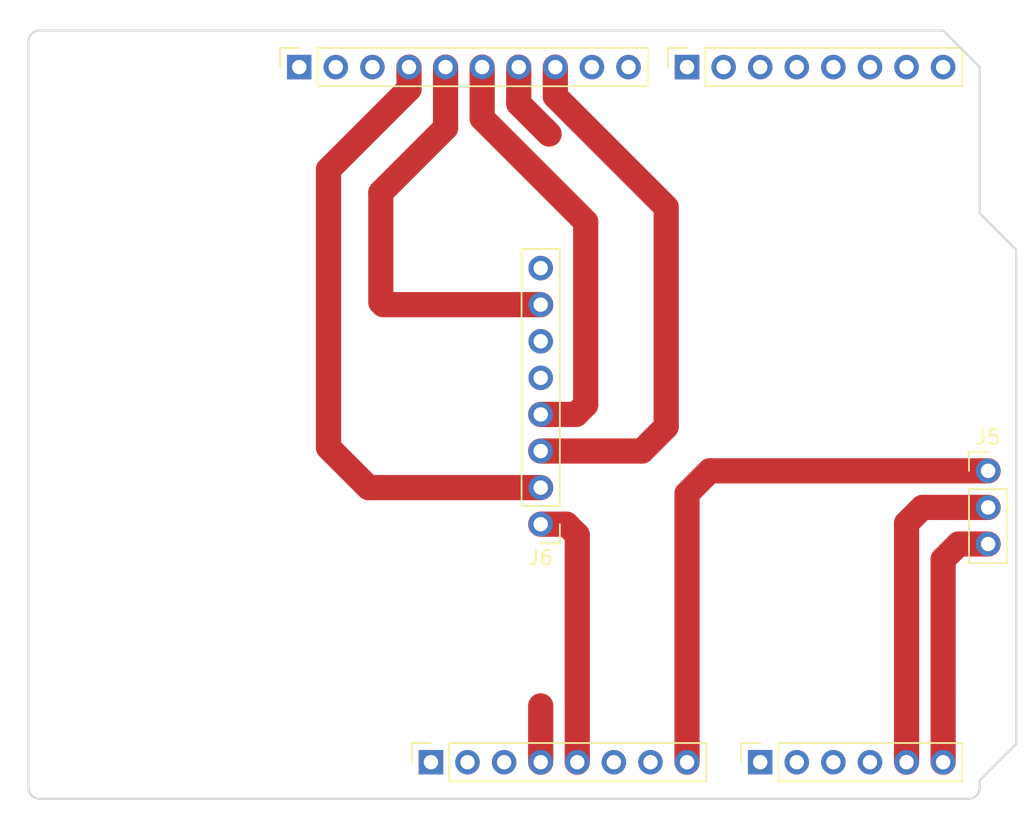
<source format=kicad_pcb>
(kicad_pcb (version 20211014) (generator pcbnew)
  (title_block (date "mar. 31 mars 2015"))
  (layers (0 "F.Cu" signal) (31 "B.Cu" signal) (34 "B.Paste" user) (35 "F.Paste" user) (36 "B.SilkS" user "B.Silkscreen") (37 "F.SilkS" user "F.Silkscreen") (38 "B.Mask" user) (39 "F.Mask" user) (44 "Edge.Cuts" user))
  (net 0 "")
  (net 1 "GND")
  (net 3 "+5V")
  (net 4 "/IOREF")
  (net 5 "/A0")
  (net 6 "/A1")
  (net 7 "/A2")
  (net 8 "/A3")
  (net 9 "/SDA{slash}A4")
  (net 10 "/SCL{slash}A5")
  (net 11 "/13")
  (net 12 "/12")
  (net 13 "/AREF")
  (net 14 "/8")
  (net 15 "/7")
  (net 16 "/*11")
  (net 17 "/*10")
  (net 18 "/*9")
  (net 19 "/4")
  (net 20 "/2")
  (net 21 "/*6")
  (net 22 "/*5")
  (net 23 "/TX{slash}1")
  (net 24 "/*3")
  (net 25 "/RX{slash}0")
  (net 26 "+3V3")
  (net 27 "VCC")
  (net 28 "/~{RESET}")
  (net 29 "/9")
  (net 30 "/+3.3V")
  (footprint "Connector_PinSocket_2.54mm:PinSocket_1x08_P2.54mm_Vertical" (layer "F.Cu") (at 127.94 97.46 90)
    (fp_text reference "J1" hide)
    (fp_text value "Power")
    (fp_line (start -1.33 19.11) (end 1.33 19.11) (layer "F.SilkS") (width 0.12))
    (fp_line (start 1.33 1.27) (end 1.33 19.11) (layer "F.SilkS") (width 0.12))
    (fp_line (start -1.33 1.27) (end 1.33 1.27) (layer "F.SilkS") (width 0.12))
    (fp_line (start 0 -1.33) (end 1.33 -1.33) (layer "F.SilkS") (width 0.12))
    (fp_line (start 1.33 -1.33) (end 1.33 0) (layer "F.SilkS") (width 0.12))
    (fp_line (start -1.33 1.27) (end -1.33 19.11) (layer "F.SilkS") (width 0.12))
    (pad "1" thru_hole rect locked (at 0 0 90) (size 1.7 1.7) (drill 1) (layers *.Cu *.Mask))
    (pad "2" thru_hole oval locked (at 0 2.54 90) (size 1.7 1.7) (drill 1) (layers *.Cu *.Mask) (net 4 "/IOREF"))
    (pad "3" thru_hole oval locked (at 0 5.08 90) (size 1.7 1.7) (drill 1) (layers *.Cu *.Mask) (net 28 "/~{RESET}"))
    (pad "4" thru_hole oval locked (at 0 7.62 90) (size 1.7 1.7) (drill 1) (layers *.Cu *.Mask) (net 26 "+3V3"))
    (pad "5" thru_hole oval locked (at 0 10.16 90) (size 1.7 1.7) (drill 1) (layers *.Cu *.Mask) (net 3 "+5V"))
    (pad "6" thru_hole oval locked (at 0 12.7 90) (size 1.7 1.7) (drill 1) (layers *.Cu *.Mask) (net 1 "GND"))
    (pad "7" thru_hole oval locked (at 0 15.24 90) (size 1.7 1.7) (drill 1) (layers *.Cu *.Mask) (net 1 "GND"))
    (pad "8" thru_hole oval locked (at 0 17.78 90) (size 1.7 1.7) (drill 1) (layers *.Cu *.Mask) (net 27 "VCC"))
  )
  (footprint "Connector_PinSocket_2.54mm:PinSocket_1x06_P2.54mm_Vertical" (layer "F.Cu") (at 150.8 97.46 90)
    (fp_text reference "J3" hide)
    (fp_text value "Analog")
    (fp_line (start 1.33 1.27) (end 1.33 14.03) (layer "F.SilkS") (width 0.12))
    (fp_line (start 0 -1.33) (end 1.33 -1.33) (layer "F.SilkS") (width 0.12))
    (fp_line (start -1.33 1.27) (end 1.33 1.27) (layer "F.SilkS") (width 0.12))
    (fp_line (start -1.33 1.27) (end -1.33 14.03) (layer "F.SilkS") (width 0.12))
    (fp_line (start -1.33 14.03) (end 1.33 14.03) (layer "F.SilkS") (width 0.12))
    (fp_line (start 1.33 -1.33) (end 1.33 0) (layer "F.SilkS") (width 0.12))
    (pad "1" thru_hole rect locked (at 0 0 90) (size 1.7 1.7) (drill 1) (layers *.Cu *.Mask) (net 5 "/A0"))
    (pad "2" thru_hole oval locked (at 0 2.54 90) (size 1.7 1.7) (drill 1) (layers *.Cu *.Mask) (net 6 "/A1"))
    (pad "3" thru_hole oval locked (at 0 5.08 90) (size 1.7 1.7) (drill 1) (layers *.Cu *.Mask) (net 7 "/A2"))
    (pad "4" thru_hole oval locked (at 0 7.62 90) (size 1.7 1.7) (drill 1) (layers *.Cu *.Mask) (net 8 "/A3"))
    (pad "5" thru_hole oval locked (at 0 10.16 90) (size 1.7 1.7) (drill 1) (layers *.Cu *.Mask) (net 9 "/SDA{slash}A4"))
    (pad "6" thru_hole oval locked (at 0 12.7 90) (size 1.7 1.7) (drill 1) (layers *.Cu *.Mask) (net 10 "/SCL{slash}A5"))
  )
  (footprint "Connector_PinSocket_2.54mm:PinSocket_1x10_P2.54mm_Vertical" (layer "F.Cu") (at 118.796 49.2 90)
    (fp_text reference "J2" hide)
    (fp_text value "Digital/PWM")
    (fp_line (start -1.33 24.19) (end 1.33 24.19) (layer "F.SilkS") (width 0.12))
    (fp_line (start -1.33 1.27) (end -1.33 24.19) (layer "F.SilkS") (width 0.12))
    (fp_line (start 1.33 -1.33) (end 1.33 0) (layer "F.SilkS") (width 0.12))
    (fp_line (start 0 -1.33) (end 1.33 -1.33) (layer "F.SilkS") (width 0.12))
    (fp_line (start 1.33 1.27) (end 1.33 24.19) (layer "F.SilkS") (width 0.12))
    (fp_line (start -1.33 1.27) (end 1.33 1.27) (layer "F.SilkS") (width 0.12))
    (pad "1" thru_hole rect locked (at 0 0 90) (size 1.7 1.7) (drill 1) (layers *.Cu *.Mask) (net 10 "/SCL{slash}A5"))
    (pad "2" thru_hole oval locked (at 0 2.54 90) (size 1.7 1.7) (drill 1) (layers *.Cu *.Mask) (net 9 "/SDA{slash}A4"))
    (pad "3" thru_hole oval locked (at 0 5.08 90) (size 1.7 1.7) (drill 1) (layers *.Cu *.Mask) (net 13 "/AREF"))
    (pad "4" thru_hole oval locked (at 0 7.62 90) (size 1.7 1.7) (drill 1) (layers *.Cu *.Mask) (net 1 "GND"))
    (pad "5" thru_hole oval locked (at 0 10.16 90) (size 1.7 1.7) (drill 1) (layers *.Cu *.Mask) (net 11 "/13"))
    (pad "6" thru_hole oval locked (at 0 12.7 90) (size 1.7 1.7) (drill 1) (layers *.Cu *.Mask) (net 12 "/12"))
    (pad "7" thru_hole oval locked (at 0 15.24 90) (size 1.7 1.7) (drill 1) (layers *.Cu *.Mask) (net 16 "/*11"))
    (pad "8" thru_hole oval locked (at 0 17.78 90) (size 1.7 1.7) (drill 1) (layers *.Cu *.Mask) (net 17 "/*10"))
    (pad "9" thru_hole oval locked (at 0 20.32 90) (size 1.7 1.7) (drill 1) (layers *.Cu *.Mask) (net 18 "/*9"))
    (pad "10" thru_hole oval locked (at 0 22.86 90) (size 1.7 1.7) (drill 1) (layers *.Cu *.Mask) (net 14 "/8"))
  )
  (footprint "Connector_PinSocket_2.54mm:PinSocket_1x08_P2.54mm_Vertical" (layer "F.Cu") (at 145.72 49.2 90)
    (fp_text reference "J4" hide)
    (fp_text value "Digital/PWM")
    (fp_line (start -1.33 19.11) (end 1.33 19.11) (layer "F.SilkS") (width 0.12))
    (fp_line (start -1.33 1.27) (end -1.33 19.11) (layer "F.SilkS") (width 0.12))
    (fp_line (start 0 -1.33) (end 1.33 -1.33) (layer "F.SilkS") (width 0.12))
    (fp_line (start -1.33 1.27) (end 1.33 1.27) (layer "F.SilkS") (width 0.12))
    (fp_line (start 1.33 -1.33) (end 1.33 0) (layer "F.SilkS") (width 0.12))
    (fp_line (start 1.33 1.27) (end 1.33 19.11) (layer "F.SilkS") (width 0.12))
    (pad "1" thru_hole rect locked (at 0 0 90) (size 1.7 1.7) (drill 1) (layers *.Cu *.Mask) (net 15 "/7"))
    (pad "2" thru_hole oval locked (at 0 2.54 90) (size 1.7 1.7) (drill 1) (layers *.Cu *.Mask) (net 21 "/*6"))
    (pad "3" thru_hole oval locked (at 0 5.08 90) (size 1.7 1.7) (drill 1) (layers *.Cu *.Mask) (net 22 "/*5"))
    (pad "4" thru_hole oval locked (at 0 7.62 90) (size 1.7 1.7) (drill 1) (layers *.Cu *.Mask) (net 19 "/4"))
    (pad "5" thru_hole oval locked (at 0 10.16 90) (size 1.7 1.7) (drill 1) (layers *.Cu *.Mask) (net 24 "/*3"))
    (pad "6" thru_hole oval locked (at 0 12.7 90) (size 1.7 1.7) (drill 1) (layers *.Cu *.Mask) (net 20 "/2"))
    (pad "7" thru_hole oval locked (at 0 15.24 90) (size 1.7 1.7) (drill 1) (layers *.Cu *.Mask) (net 23 "/TX{slash}1"))
    (pad "8" thru_hole oval locked (at 0 17.78 90) (size 1.7 1.7) (drill 1) (layers *.Cu *.Mask) (net 25 "/RX{slash}0"))
  )
  (footprint "Connector_PinHeader_2.54mm:PinHeader_1x03_P2.54mm_Vertical" (layer "F.Cu") (at 166.624 77.231)
    (fp_text reference "J5" (at 0 -2.33) (layer "F.SilkS"))
    (fp_text value "pinos ")
    (fp_line (start -1.33 0) (end -1.33 -1.33) (layer "F.SilkS") (width 0.12))
    (fp_line (start -1.33 1.27) (end -1.33 6.41) (layer "F.SilkS") (width 0.12))
    (fp_line (start 1.33 1.27) (end 1.33 6.41) (layer "F.SilkS") (width 0.12))
    (fp_line (start -1.33 -1.33) (end 0 -1.33) (layer "F.SilkS") (width 0.12))
    (fp_line (start -1.33 1.27) (end 1.33 1.27) (layer "F.SilkS") (width 0.12))
    (fp_line (start -1.33 6.41) (end 1.33 6.41) (layer "F.SilkS") (width 0.12))
    (pad "1" thru_hole circle (at 0 0) (size 1.7 1.7) (drill 1) (layers *.Cu *.Mask "Dwgs.User") (net 27 "VCC"))
    (pad "2" thru_hole oval (at 0 2.54) (size 1.7 1.7) (drill 1) (layers *.Cu *.Mask) (net 9 "/SDA{slash}A4"))
    (pad "3" thru_hole oval (at 0 5.08) (size 1.7 1.7) (drill 1) (layers *.Cu *.Mask) (net 10 "/SCL{slash}A5"))
  )
  (footprint "Connector_PinHeader_2.54mm:PinHeader_1x08_P2.54mm_Vertical" (layer "F.Cu") (at 135.56 80.935 180)
    (fp_text reference "J6" (at 0 -2.33) (layer "F.SilkS"))
    (fp_text value "LCD")
    (fp_line (start -1.33 0) (end -1.33 -1.33) (layer "F.SilkS") (width 0.12))
    (fp_line (start 1.33 1.27) (end 1.33 19.11) (layer "F.SilkS") (width 0.12))
    (fp_line (start -1.33 1.27) (end -1.33 19.11) (layer "F.SilkS") (width 0.12))
    (fp_line (start -1.33 19.11) (end 1.33 19.11) (layer "F.SilkS") (width 0.12))
    (fp_line (start -1.33 -1.33) (end 0 -1.33) (layer "F.SilkS") (width 0.12))
    (fp_line (start -1.33 1.27) (end 1.33 1.27) (layer "F.SilkS") (width 0.12))
    (pad "1" thru_hole circle (at 0 0 180) (size 1.7 1.7) (drill 1) (layers *.Cu *.Mask) (net 3 "+5V"))
    (pad "2" thru_hole oval (at 0 2.54 180) (size 1.7 1.7) (drill 1) (layers *.Cu *.Mask) (net 1 "GND"))
    (pad "3" thru_hole oval (at 0 5.08 180) (size 1.7 1.7) (drill 1) (layers *.Cu *.Mask) (net 17 "/*10"))
    (pad "4" thru_hole oval (at 0 7.62 180) (size 1.7 1.7) (drill 1) (layers *.Cu *.Mask) (net 12 "/12"))
    (pad "5" thru_hole oval (at 0 10.16 180) (size 1.7 1.7) (drill 1) (layers *.Cu *.Mask) (net 29 "/9"))
    (pad "6" thru_hole oval (at 0 12.7 180) (size 1.7 1.7) (drill 1) (layers *.Cu *.Mask) (net 16 "/*11"))
    (pad "7" thru_hole oval (at 0 15.24 180) (size 1.7 1.7) (drill 1) (layers *.Cu *.Mask) (net 11 "/13"))
    (pad "8" thru_hole oval (at 0 17.78 180) (size 1.7 1.7) (drill 1) (layers *.Cu *.Mask) (net 30 "/+3.3V"))
  )
  (footprint "Arduino_MountingHole:MountingHole_3.2mm" (layer "F.Cu") (at 115.24 49.2)
    (fp_text reference "MH1" hide)
    (fp_text value "MountingHole_3.2mm" hide)
    (pad "" np_thru_hole circle locked (at 0 0) (size 3.2 3.2) (drill 3.2) (layers *.Cu *.Mask))
  )
  (footprint "Arduino_MountingHole:MountingHole_3.2mm" (layer "F.Cu") (at 113.97 97.46)
    (fp_text reference "MH2" hide)
    (fp_text value "MountingHole_3.2mm" hide)
    (pad "" np_thru_hole circle locked (at 0 0) (size 3.2 3.2) (drill 3.2) (layers *.Cu *.Mask))
  )
  (footprint "Arduino_MountingHole:MountingHole_3.2mm" (layer "F.Cu") (at 166.04 64.44)
    (fp_text reference "MH3" hide)
    (fp_text value "MountingHole_3.2mm" hide)
    (pad "" np_thru_hole circle locked (at 0 0) (size 3.2 3.2) (drill 3.2) (layers *.Cu *.Mask))
  )
  (footprint "Arduino_MountingHole:MountingHole_3.2mm" (layer "F.Cu") (at 166.04 92.38)
    (fp_text reference "MH4" hide)
    (fp_text value "MountingHole_3.2mm" hide)
    (pad "" np_thru_hole circle locked (at 0 0) (size 3.2 3.2) (drill 3.2) (layers *.Cu *.Mask))
  )
  (gr_line (start 166.04 59.36) (end 168.58 61.9) (layer "Edge.Cuts") (width 0.15))
  (gr_line (start 100 99.238) (end 100 47.422) (layer "Edge.Cuts") (width 0.15))
  (gr_line (start 168.58 61.9) (end 168.58 96.19) (layer "Edge.Cuts") (width 0.15))
  (gr_line (start 165.278 100) (end 100.762 100) (layer "Edge.Cuts") (width 0.15))
  (gr_line (start 100.762 46.66) (end 163.5 46.66) (layer "Edge.Cuts") (width 0.15))
  (gr_arc (start 100.762 100) (mid 100.223185 99.776815) (end 100 99.238) (layer "Edge.Cuts") (width 0.15))
  (gr_line (start 168.58 96.19) (end 166.04 98.73) (layer "Edge.Cuts") (width 0.15))
  (gr_line (start 163.5 46.66) (end 166.04 49.2) (layer "Edge.Cuts") (width 0.15))
  (gr_arc (start 166.04 99.238) (mid 165.816815 99.776815) (end 165.278 100) (layer "Edge.Cuts") (width 0.15))
  (gr_line (start 166.04 49.2) (end 166.04 59.36) (layer "Edge.Cuts") (width 0.15))
  (gr_line (start 166.04 98.73) (end 166.04 99.238) (layer "Edge.Cuts") (width 0.15))
  (gr_arc (start 100 47.422) (mid 100.223185 46.883185) (end 100.762 46.66) (layer "Edge.Cuts") (width 0.15))
  (segment (start 126.416 49.2) (end 126.416 50.724) (width 1.75) (layer "F.Cu") (net 1))
  (segment (start 120.828 75.616) (end 123.607 78.395) (width 1.75) (layer "F.Cu") (net 1))
  (segment (start 126.416 50.724) (end 120.828 56.312) (width 1.75) (layer "F.Cu") (net 1))
  (segment (start 135.56 78.395) (end 123.607 78.395) (width 1.75) (layer "F.Cu") (net 1))
  (segment (start 120.828 56.312) (end 120.828 75.616) (width 1.75) (layer "F.Cu") (net 1))
  (segment (start 137.353 80.935) (end 135.56 80.935) (width 1.75) (layer "F.Cu") (net 3))
  (segment (start 138.1 81.682) (end 137.353 80.935) (width 1.75) (layer "F.Cu") (net 3))
  (segment (start 138.1 81.682) (end 138.1 97.46) (width 1.75) (layer "F.Cu") (net 3))
  (segment (start 162.067 79.771) (end 166.624 79.771) (width 1.75) (layer "F.Cu") (net 9))
  (segment (start 160.96 80.878) (end 162.067 79.771) (width 1.75) (layer "F.Cu") (net 9))
  (segment (start 160.96 97.46) (end 160.96 80.878) (width 1.75) (layer "F.Cu") (net 9))
  (segment (start 164.577 82.311) (end 166.624 82.311) (width 1.75) (layer "F.Cu") (net 10))
  (segment (start 163.5 83.388) (end 164.577 82.311) (width 1.75) (layer "F.Cu") (net 10))
  (segment (start 163.5 97.46) (end 163.5 83.388) (width 1.75) (layer "F.Cu") (net 10))
  (segment (start 124.46 65.532) (end 124.623 65.695) (width 0.4) (layer "F.Cu") (net 11))
  (segment (start 128.956 53.416) (end 124.46 57.912) (width 1.75) (layer "F.Cu") (net 11))
  (segment (start 124.623 65.695) (end 135.56 65.695) (width 1.75) (layer "F.Cu") (net 11))
  (segment (start 128.956 49.2) (end 128.956 53.416) (width 1.75) (layer "F.Cu") (net 11))
  (segment (start 124.46 57.912) (end 124.46 65.532) (width 1.75) (layer "F.Cu") (net 11))
  (segment (start 138.684 72.644) (end 138.013 73.315) (width 1.75) (layer "F.Cu") (net 12))
  (segment (start 131.496 52.756) (end 138.684 59.944) (width 1.75) (layer "F.Cu") (net 12))
  (segment (start 138.684 59.944) (end 138.684 72.644) (width 1.75) (layer "F.Cu") (net 12))
  (segment (start 131.496 49.2) (end 131.496 52.756) (width 1.75) (layer "F.Cu") (net 12))
  (segment (start 138.013 73.315) (end 135.56 73.315) (width 1.75) (layer "F.Cu") (net 12))
  (segment (start 134.036 49.2) (end 134.036 51.74) (width 1.75) (layer "F.Cu") (net 16))
  (segment (start 134.036 51.74) (end 136.144 53.848) (width 1.75) (layer "F.Cu") (net 16))
  (segment (start 144.272 58.928) (end 144.272 74.168) (width 1.75) (layer "F.Cu") (net 17))
  (segment (start 144.272 74.168) (end 142.585 75.855) (width 1.75) (layer "F.Cu") (net 17))
  (segment (start 136.576 49.2) (end 136.576 51.232) (width 1.75) (layer "F.Cu") (net 17))
  (segment (start 142.585 75.855) (end 135.56 75.855) (width 1.75) (layer "F.Cu") (net 17))
  (segment (start 136.576 51.232) (end 144.272 58.928) (width 1.75) (layer "F.Cu") (net 17))
  (segment (start 135.56 97.46) (end 135.56 93.548) (width 1.75) (layer "F.Cu") (net 26))
  (segment (start 166.624 77.231) (end 147.305 77.231) (width 1.75) (layer "F.Cu") (net 27))
  (segment (start 145.72 78.816) (end 145.72 97.46) (width 1.75) (layer "F.Cu") (net 27))
  (segment (start 147.305 77.231) (end 145.72 78.816) (width 1.75) (layer "F.Cu") (net 27))
)
</source>
